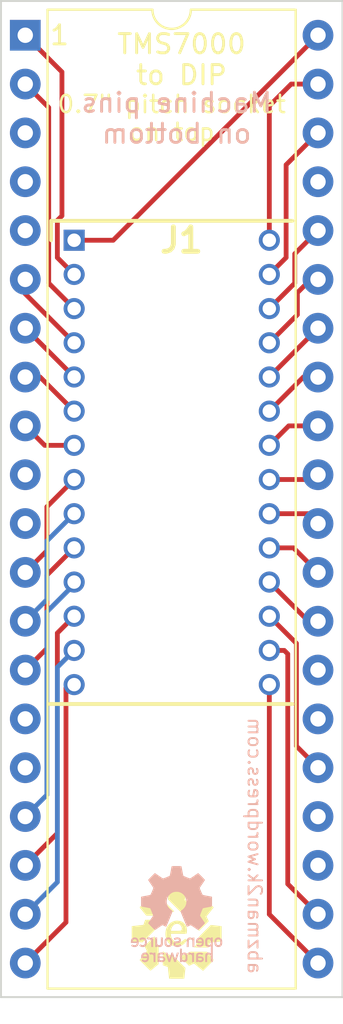
<source format=kicad_pcb>
(kicad_pcb (version 20211014) (generator pcbnew)
  (layers (0 "F.Cu" signal) (31 "B.Cu" signal) (34 "B.Paste" user) (35 "F.Paste" user) (36 "B.SilkS" user "B.Silkscreen") (37 "F.SilkS" user "F.Silkscreen") (38 "B.Mask" user) (39 "F.Mask" user) (44 "Edge.Cuts" user))
  (net 0 "")
  (net 1 "B5")
  (net 2 "B7")
  (net 3 "B0")
  (net 4 "B1")
  (net 5 "B2")
  (net 6 "A0")
  (net 7 "A1")
  (net 8 "A2")
  (net 9 "A3")
  (net 10 "A4")
  (net 11 "A7")
  (net 12 "{slash}INT3")
  (net 13 "{slash}INT1")
  (net 14 "{slash}RESET")
  (net 15 "A6")
  (net 16 "A5")
  (net 17 "XTAL2")
  (net 18 "XTAL1")
  (net 19 "D7")
  (net 20 "D6")
  (net 21 "D5")
  (net 22 "D4")
  (net 23 "D3")
  (net 24 "D2")
  (net 25 "Vcc")
  (net 26 "D1")
  (net 27 "D0")
  (net 28 "C0")
  (net 29 "C1")
  (net 30 "C2")
  (net 31 "C3")
  (net 32 "C4")
  (net 33 "C5")
  (net 34 "C6")
  (net 35 "C7")
  (net 36 "MC")
  (net 37 "B3")
  (net 38 "B4")
  (net 39 "B6")
  (net 40 "Vss")
  (footprint "Package_DIP:DIP-40_W15.24mm" (layer "F.Cu") (at 115.565 52.837)
    (fp_text reference "U1" hide)
    (fp_text value "DIP40 male pins")
    (pad "1" thru_hole rect locked (at 0 0) (size 1.6 1.6) (drill 0.8) (layers *.Cu *.Mask) (net 1 "B5"))
    (pad "2" thru_hole oval locked (at 0 2.54) (size 1.6 1.6) (drill 0.8) (layers *.Cu *.Mask) (net 2 "B7"))
    (pad "3" thru_hole oval locked (at 0 5.08) (size 1.6 1.6) (drill 0.8) (layers *.Cu *.Mask) (net 3 "B0"))
    (pad "4" thru_hole oval locked (at 0 7.62) (size 1.6 1.6) (drill 0.8) (layers *.Cu *.Mask) (net 4 "B1"))
    (pad "5" thru_hole oval locked (at 0 10.16) (size 1.6 1.6) (drill 0.8) (layers *.Cu *.Mask) (net 5 "B2"))
    (pad "6" thru_hole oval locked (at 0 12.7) (size 1.6 1.6) (drill 0.8) (layers *.Cu *.Mask) (net 6 "A0"))
    (pad "7" thru_hole oval locked (at 0 15.24) (size 1.6 1.6) (drill 0.8) (layers *.Cu *.Mask) (net 7 "A1"))
    (pad "8" thru_hole oval locked (at 0 17.78) (size 1.6 1.6) (drill 0.8) (layers *.Cu *.Mask) (net 8 "A2"))
    (pad "9" thru_hole oval locked (at 0 20.32) (size 1.6 1.6) (drill 0.8) (layers *.Cu *.Mask) (net 9 "A3"))
    (pad "10" thru_hole oval locked (at 0 22.86) (size 1.6 1.6) (drill 0.8) (layers *.Cu *.Mask) (net 10 "A4"))
    (pad "11" thru_hole oval locked (at 0 25.4) (size 1.6 1.6) (drill 0.8) (layers *.Cu *.Mask) (net 11 "A7"))
    (pad "12" thru_hole oval locked (at 0 27.94) (size 1.6 1.6) (drill 0.8) (layers *.Cu *.Mask) (net 12 "{slash}INT3"))
    (pad "13" thru_hole oval locked (at 0 30.48) (size 1.6 1.6) (drill 0.8) (layers *.Cu *.Mask) (net 13 "{slash}INT1"))
    (pad "14" thru_hole oval locked (at 0 33.02) (size 1.6 1.6) (drill 0.8) (layers *.Cu *.Mask) (net 14 "{slash}RESET"))
    (pad "15" thru_hole oval locked (at 0 35.56) (size 1.6 1.6) (drill 0.8) (layers *.Cu *.Mask) (net 15 "A6"))
    (pad "16" thru_hole oval locked (at 0 38.1) (size 1.6 1.6) (drill 0.8) (layers *.Cu *.Mask) (net 16 "A5"))
    (pad "17" thru_hole oval locked (at 0 40.64) (size 1.6 1.6) (drill 0.8) (layers *.Cu *.Mask) (net 17 "XTAL2"))
    (pad "18" thru_hole oval locked (at 0 43.18) (size 1.6 1.6) (drill 0.8) (layers *.Cu *.Mask) (net 18 "XTAL1"))
    (pad "19" thru_hole oval locked (at 0 45.72) (size 1.6 1.6) (drill 0.8) (layers *.Cu *.Mask) (net 19 "D7"))
    (pad "20" thru_hole oval locked (at 0 48.26) (size 1.6 1.6) (drill 0.8) (layers *.Cu *.Mask) (net 20 "D6"))
    (pad "21" thru_hole oval locked (at 15.24 48.26) (size 1.6 1.6) (drill 0.8) (layers *.Cu *.Mask) (net 21 "D5"))
    (pad "22" thru_hole oval locked (at 15.24 45.72) (size 1.6 1.6) (drill 0.8) (layers *.Cu *.Mask) (net 22 "D4"))
    (pad "23" thru_hole oval locked (at 15.24 43.18) (size 1.6 1.6) (drill 0.8) (layers *.Cu *.Mask) (net 23 "D3"))
    (pad "24" thru_hole oval locked (at 15.24 40.64) (size 1.6 1.6) (drill 0.8) (layers *.Cu *.Mask) (net 24 "D2"))
    (pad "25" thru_hole oval locked (at 15.24 38.1) (size 1.6 1.6) (drill 0.8) (layers *.Cu *.Mask) (net 25 "Vcc"))
    (pad "26" thru_hole oval locked (at 15.24 35.56) (size 1.6 1.6) (drill 0.8) (layers *.Cu *.Mask) (net 26 "D1"))
    (pad "27" thru_hole oval locked (at 15.24 33.02) (size 1.6 1.6) (drill 0.8) (layers *.Cu *.Mask) (net 27 "D0"))
    (pad "28" thru_hole oval locked (at 15.24 30.48) (size 1.6 1.6) (drill 0.8) (layers *.Cu *.Mask) (net 28 "C0"))
    (pad "29" thru_hole oval locked (at 15.24 27.94) (size 1.6 1.6) (drill 0.8) (layers *.Cu *.Mask) (net 29 "C1"))
    (pad "30" thru_hole oval locked (at 15.24 25.4) (size 1.6 1.6) (drill 0.8) (layers *.Cu *.Mask) (net 30 "C2"))
    (pad "31" thru_hole oval locked (at 15.24 22.86) (size 1.6 1.6) (drill 0.8) (layers *.Cu *.Mask) (net 31 "C3"))
    (pad "32" thru_hole oval locked (at 15.24 20.32) (size 1.6 1.6) (drill 0.8) (layers *.Cu *.Mask) (net 32 "C4"))
    (pad "33" thru_hole oval locked (at 15.24 17.78) (size 1.6 1.6) (drill 0.8) (layers *.Cu *.Mask) (net 33 "C5"))
    (pad "34" thru_hole oval locked (at 15.24 15.24) (size 1.6 1.6) (drill 0.8) (layers *.Cu *.Mask) (net 34 "C6"))
    (pad "35" thru_hole oval locked (at 15.24 12.7) (size 1.6 1.6) (drill 0.8) (layers *.Cu *.Mask) (net 35 "C7"))
    (pad "36" thru_hole oval locked (at 15.24 10.16) (size 1.6 1.6) (drill 0.8) (layers *.Cu *.Mask) (net 36 "MC"))
    (pad "37" thru_hole oval locked (at 15.24 7.62) (size 1.6 1.6) (drill 0.8) (layers *.Cu *.Mask) (net 37 "B3"))
    (pad "38" thru_hole oval locked (at 15.24 5.08) (size 1.6 1.6) (drill 0.8) (layers *.Cu *.Mask) (net 38 "B4"))
    (pad "39" thru_hole oval locked (at 15.24 2.54) (size 1.6 1.6) (drill 0.8) (layers *.Cu *.Mask) (net 39 "B6"))
    (pad "40" thru_hole oval locked (at 15.24 0) (size 1.6 1.6) (drill 0.8) (layers *.Cu *.Mask) (net 40 "Vss"))
  )
  (footprint "Evan's misc parts:DIP 28 1.78mm" (layer "F.Cu") (at 118.11 63.5)
    (fp_text reference "J1" (at 5.588 0) (layer "F.SilkS") (effects (font (size 1.27 1.27) (thickness 0.254))))
    (fp_text value "1.78mm pitch socket" hide)
    (pad "1" thru_hole rect (at 0 0) (size 1.1 1.1) (drill 0.7) (layers *.Cu *.Mask) (net 40 "Vss"))
    (pad "2" thru_hole circle (at 0 1.778) (size 1.1 1.1) (drill 0.7) (layers *.Cu *.Mask) (net 1 "B5"))
    (pad "3" thru_hole circle (at 0 3.556) (size 1.1 1.1) (drill 0.7) (layers *.Cu *.Mask) (net 2 "B7"))
    (pad "4" thru_hole circle (at 0 5.334) (size 1.1 1.1) (drill 0.7) (layers *.Cu *.Mask) (net 6 "A0"))
    (pad "5" thru_hole circle (at 0 7.112) (size 1.1 1.1) (drill 0.7) (layers *.Cu *.Mask) (net 7 "A1"))
    (pad "6" thru_hole circle (at 0 8.89) (size 1.1 1.1) (drill 0.7) (layers *.Cu *.Mask) (net 8 "A2"))
    (pad "7" thru_hole circle (at 0 10.668) (size 1.1 1.1) (drill 0.7) (layers *.Cu *.Mask) (net 9 "A3"))
    (pad "8" thru_hole circle (at 0 12.446) (size 1.1 1.1) (drill 0.7) (layers *.Cu *.Mask) (net 12 "{slash}INT3"))
    (pad "9" thru_hole circle (at 0 14.224) (size 1.1 1.1) (drill 0.7) (layers *.Cu *.Mask) (net 13 "{slash}INT1"))
    (pad "10" thru_hole circle (at 0 16.002) (size 1.1 1.1) (drill 0.7) (layers *.Cu *.Mask) (net 14 "{slash}RESET"))
    (pad "11" thru_hole circle (at 0 17.78) (size 1.1 1.1) (drill 0.7) (layers *.Cu *.Mask) (net 17 "XTAL2"))
    (pad "12" thru_hole circle (at 0 19.558) (size 1.1 1.1) (drill 0.7) (layers *.Cu *.Mask) (net 18 "XTAL1"))
    (pad "13" thru_hole circle (at 0 21.336) (size 1.1 1.1) (drill 0.7) (layers *.Cu *.Mask) (net 19 "D7"))
    (pad "14" thru_hole circle (at 0 23.114) (size 1.1 1.1) (drill 0.7) (layers *.Cu *.Mask) (net 20 "D6"))
    (pad "15" thru_hole circle (at 10.16 23.114) (size 1.1 1.1) (drill 0.7) (layers *.Cu *.Mask) (net 21 "D5"))
    (pad "16" thru_hole circle (at 10.16 21.336) (size 1.1 1.1) (drill 0.7) (layers *.Cu *.Mask) (net 22 "D4"))
    (pad "17" thru_hole circle (at 10.16 19.558) (size 1.1 1.1) (drill 0.7) (layers *.Cu *.Mask) (net 25 "Vcc"))
    (pad "18" thru_hole circle (at 10.16 17.78) (size 1.1 1.1) (drill 0.7) (layers *.Cu *.Mask) (net 28 "C0"))
    (pad "19" thru_hole circle (at 10.16 16.002) (size 1.1 1.1) (drill 0.7) (layers *.Cu *.Mask) (net 29 "C1"))
    (pad "20" thru_hole circle (at 10.16 14.224) (size 1.1 1.1) (drill 0.7) (layers *.Cu *.Mask) (net 30 "C2"))
    (pad "21" thru_hole circle (at 10.16 12.446) (size 1.1 1.1) (drill 0.7) (layers *.Cu *.Mask) (net 31 "C3"))
    (pad "22" thru_hole circle (at 10.16 10.668) (size 1.1 1.1) (drill 0.7) (layers *.Cu *.Mask) (net 32 "C4"))
    (pad "23" thru_hole circle (at 10.16 8.89) (size 1.1 1.1) (drill 0.7) (layers *.Cu *.Mask) (net 33 "C5"))
    (pad "24" thru_hole circle (at 10.16 7.112) (size 1.1 1.1) (drill 0.7) (layers *.Cu *.Mask) (net 34 "C6"))
    (pad "25" thru_hole circle (at 10.16 5.334) (size 1.1 1.1) (drill 0.7) (layers *.Cu *.Mask) (net 35 "C7"))
    (pad "26" thru_hole circle (at 10.16 3.556) (size 1.1 1.1) (drill 0.7) (layers *.Cu *.Mask) (net 36 "MC"))
    (pad "27" thru_hole circle (at 10.16 1.778) (size 1.1 1.1) (drill 0.7) (layers *.Cu *.Mask) (net 38 "B4"))
    (pad "28" thru_hole circle (at 10.16 0) (size 1.1 1.1) (drill 0.7) (layers *.Cu *.Mask) (net 39 "B6"))
  )
  (footprint "Evan's misc parts:Evan Logo" (layer "F.Cu") (at 123.444 99.568)
    (fp_text reference "G***" hide)
    (fp_text value "LOGO" hide)
  )
  (footprint "Evan's misc parts:OSHW gear" (layer "B.Cu") (at 123.444 98.552 180)
    (fp_text reference "G***" hide)
    (fp_text value "LOGO" hide)
  )
  (gr_line (start 132.08 102.87) (end 132.08 51.054) (layer "Edge.Cuts") (width 0.1))
  (gr_line (start 114.3 102.87) (end 114.3 51.054) (layer "Edge.Cuts") (width 0.1))
  (gr_line (start 114.3 51.054) (end 132.08 51.054) (layer "Edge.Cuts") (width 0.1))
  (gr_line (start 131.826 102.87) (end 114.3 102.87) (layer "Edge.Cuts") (width 0.1))
  (gr_line (start 131.826 102.87) (end 132.08 102.87) (layer "Edge.Cuts") (width 0.1))
  (gr_text "abzman2k.wordpress.com" (at 127.508 94.996 -90) (layer "B.SilkS") (effects (font (size 0.7 0.7) (thickness 0.1)) (justify mirror)))
  (gr_text "Machine pins\non bottom" (at 123.444 57.15) (layer "B.SilkS") (effects (font (size 1 1)) (justify mirror)))
  (gr_text "TMS7000\nto DIP" (at 123.698 54.102) (layer "F.SilkS") (effects (font (size 1 1))))
  (gr_text "0.7{dblquote} pitch socket\non top" (at 123.19 57.15) (layer "F.SilkS") (effects (font (size 0.9 0.9) (thickness 0.13))))
  (gr_text "1" (at 117.348 52.832) (layer "F.SilkS") (effects (font (size 1 1))))
  (segment (start 117.235489 62.469511) (end 117.475 62.23) (width 0.25) (layer "F.Cu") (net 1))
  (segment (start 117.475 62.23) (end 117.475 54.747) (width 0.25) (layer "F.Cu") (net 1))
  (segment (start 118.11 65.278) (end 117.235489 64.403489) (width 0.25) (layer "F.Cu") (net 1))
  (segment (start 117.235489 64.403489) (end 117.235489 62.469511) (width 0.25) (layer "F.Cu") (net 1))
  (segment (start 117.475 54.747) (end 115.565 52.837) (width 0.25) (layer "F.Cu") (net 1))
  (segment (start 116.785969 56.597969) (end 115.565 55.377) (width 0.25) (layer "F.Cu") (net 2))
  (segment (start 116.785969 65.731969) (end 116.785969 56.597969) (width 0.25) (layer "F.Cu") (net 2))
  (segment (start 118.11 67.056) (end 116.785969 65.731969) (width 0.25) (layer "F.Cu") (net 2))
  (segment (start 118.11 68.834) (end 115.565 66.289) (width 0.25) (layer "F.Cu") (net 6))
  (segment (start 115.565 66.289) (end 115.565 65.537) (width 0.25) (layer "F.Cu") (net 6))
  (segment (start 115.575 68.077) (end 115.565 68.077) (width 0.25) (layer "F.Cu") (net 7))
  (segment (start 118.11 70.612) (end 115.575 68.077) (width 0.25) (layer "F.Cu") (net 7))
  (segment (start 116.337 70.617) (end 115.565 70.617) (width 0.25) (layer "F.Cu") (net 8))
  (segment (start 118.11 72.39) (end 116.337 70.617) (width 0.25) (layer "F.Cu") (net 8))
  (segment (start 116.576 74.168) (end 115.565 73.157) (width 0.25) (layer "F.Cu") (net 9))
  (segment (start 118.11 74.168) (end 116.576 74.168) (width 0.25) (layer "F.Cu") (net 9))
  (segment (start 116.689511 79.652489) (end 115.565 80.777) (width 0.25) (layer "F.Cu") (net 12))
  (segment (start 118.11 75.946) (end 116.689511 77.366489) (width 0.25) (layer "F.Cu") (net 12))
  (segment (start 116.689511 77.366489) (end 116.689511 79.652489) (width 0.25) (layer "F.Cu") (net 12))
  (segment (start 116.689511 82.192489) (end 115.565 83.317) (width 0.25) (layer "B.Cu") (net 13))
  (segment (start 118.11 77.724) (end 116.689511 79.144489) (width 0.25) (layer "B.Cu") (net 13))
  (segment (start 116.689511 79.144489) (end 116.689511 82.192489) (width 0.25) (layer "B.Cu") (net 13))
  (segment (start 116.689511 84.732489) (end 115.565 85.857) (width 0.25) (layer "F.Cu") (net 14))
  (segment (start 118.11 79.502) (end 116.689511 80.922489) (width 0.25) (layer "F.Cu") (net 14))
  (segment (start 116.689511 80.922489) (end 116.689511 84.732489) (width 0.25) (layer "F.Cu") (net 14))
  (segment (start 118.11 81.407718) (end 116.689511 82.828207) (width 0.25) (layer "B.Cu") (net 17))
  (segment (start 118.11 81.28) (end 118.11 81.407718) (width 0.25) (layer "B.Cu") (net 17))
  (segment (start 116.689511 82.828207) (end 116.689511 92.352489) (width 0.25) (layer "B.Cu") (net 17))
  (segment (start 116.689511 92.352489) (end 115.565 93.477) (width 0.25) (layer "B.Cu") (net 17))
  (segment (start 118.11 83.058) (end 117.235489 83.932511) (width 0.25) (layer "F.Cu") (net 18))
  (segment (start 117.235489 94.346511) (end 115.565 96.017) (width 0.25) (layer "F.Cu") (net 18))
  (segment (start 117.235489 83.932511) (end 117.235489 94.346511) (width 0.25) (layer "F.Cu") (net 18))
  (segment (start 117.235489 96.886511) (end 115.565 98.557) (width 0.25) (layer "B.Cu") (net 19))
  (segment (start 117.235489 85.710511) (end 117.235489 96.886511) (width 0.25) (layer "B.Cu") (net 19))
  (segment (start 118.11 84.836) (end 117.235489 85.710511) (width 0.25) (layer "B.Cu") (net 19))
  (segment (start 118.11 86.614) (end 117.856 86.614) (width 0.25) (layer "F.Cu") (net 20))
  (segment (start 117.685009 98.976991) (end 115.565 101.097) (width 0.25) (layer "F.Cu") (net 20))
  (segment (start 117.856 86.614) (end 117.685009 86.784991) (width 0.25) (layer "F.Cu") (net 20))
  (segment (start 117.685009 86.784991) (end 117.685009 98.976991) (width 0.25) (layer "F.Cu") (net 20))
  (segment (start 128.27 86.614) (end 128.27 98.562) (width 0.25) (layer "F.Cu") (net 21))
  (segment (start 128.27 98.562) (end 130.805 101.097) (width 0.25) (layer "F.Cu") (net 21))
  (segment (start 129.230969 85.019152) (end 129.230969 96.982969) (width 0.25) (layer "F.Cu") (net 22))
  (segment (start 128.27 84.836) (end 129.047817 84.836) (width 0.25) (layer "F.Cu") (net 22))
  (segment (start 129.230969 96.982969) (end 130.805 98.557) (width 0.25) (layer "F.Cu") (net 22))
  (segment (start 129.047817 84.836) (end 129.230969 85.019152) (width 0.25) (layer "F.Cu") (net 22))
  (segment (start 129.680489 84.468489) (end 129.680489 89.812489) (width 0.25) (layer "F.Cu") (net 25))
  (segment (start 128.27 83.058) (end 129.680489 84.468489) (width 0.25) (layer "F.Cu") (net 25))
  (segment (start 129.680489 89.812489) (end 130.805 90.937) (width 0.25) (layer "F.Cu") (net 25))
  (segment (start 130.307 83.317) (end 130.805 83.317) (width 0.25) (layer "F.Cu") (net 28))
  (segment (start 128.27 81.28) (end 130.307 83.317) (width 0.25) (layer "F.Cu") (net 28))
  (segment (start 128.27 79.502) (end 129.53 79.502) (width 0.25) (layer "F.Cu") (net 29))
  (segment (start 129.53 79.502) (end 130.805 80.777) (width 0.25) (layer "F.Cu") (net 29))
  (segment (start 130.292 77.724) (end 130.805 78.237) (width 0.25) (layer "F.Cu") (net 30))
  (segment (start 128.27 77.724) (end 130.292 77.724) (width 0.25) (layer "F.Cu") (net 30))
  (segment (start 128.27 75.946) (end 130.556 75.946) (width 0.25) (layer "F.Cu") (net 31))
  (segment (start 130.556 75.946) (end 130.805 75.697) (width 0.25) (layer "F.Cu") (net 31))
  (segment (start 129.281 73.157) (end 130.805 73.157) (width 0.25) (layer "F.Cu") (net 32))
  (segment (start 128.27 74.168) (end 129.281 73.157) (width 0.25) (layer "F.Cu") (net 32))
  (segment (start 128.27 72.39) (end 130.043 70.617) (width 0.25) (layer "F.Cu") (net 33))
  (segment (start 130.043 70.617) (end 130.805 70.617) (width 0.25) (layer "F.Cu") (net 33))
  (segment (start 128.27 70.612) (end 130.805 68.077) (width 0.25) (layer "F.Cu") (net 34))
  (segment (start 130.424718 65.537) (end 130.805 65.537) (width 0.25) (layer "F.Cu") (net 35))
  (segment (start 129.730859 67.373141) (end 129.730859 66.230859) (width 0.25) (layer "F.Cu") (net 35))
  (segment (start 129.730859 66.230859) (end 130.424718 65.537) (width 0.25) (layer "F.Cu") (net 35))
  (segment (start 128.27 68.834) (end 129.730859 67.373141) (width 0.25) (layer "F.Cu") (net 35))
  (segment (start 128.27 67.056) (end 129.594031 65.731969) (width 0.25) (layer "F.Cu") (net 36))
  (segment (start 129.594031 65.731969) (end 129.594031 64.207969) (width 0.25) (layer "F.Cu") (net 36))
  (segment (start 129.594031 64.207969) (end 130.805 62.997) (width 0.25) (layer "F.Cu") (net 36))
  (segment (start 129.144511 59.577489) (end 130.805 57.917) (width 0.25) (layer "F.Cu") (net 38))
  (segment (start 129.144511 64.403489) (end 129.144511 59.577489) (width 0.25) (layer "F.Cu") (net 38))
  (segment (start 128.27 65.278) (end 129.144511 64.403489) (width 0.25) (layer "F.Cu") (net 38))
  (segment (start 128.27 63.5) (end 128.27 56.515) (width 0.25) (layer "F.Cu") (net 39))
  (segment (start 128.27 56.515) (end 129.408 55.377) (width 0.25) (layer "F.Cu") (net 39))
  (segment (start 129.408 55.377) (end 130.805 55.377) (width 0.25) (layer "F.Cu") (net 39))
  (segment (start 118.11 63.5) (end 120.142 63.5) (width 0.25) (layer "F.Cu") (net 40))
  (segment (start 120.142 63.5) (end 130.805 52.837) (width 0.25) (layer "F.Cu") (net 40))
)
</source>
